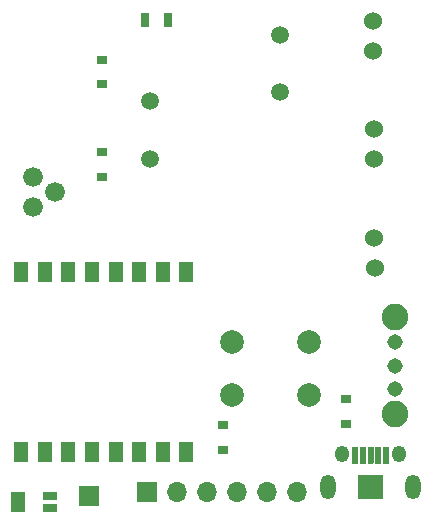
<source format=gts>
G04 #@! TF.GenerationSoftware,KiCad,Pcbnew,5.1.7-a382d34a8~88~ubuntu18.04.1*
G04 #@! TF.CreationDate,2022-03-02T17:55:55+05:30*
G04 #@! TF.ProjectId,WaterTank_module_v1,57617465-7254-4616-9e6b-5f6d6f64756c,rev?*
G04 #@! TF.SameCoordinates,Original*
G04 #@! TF.FileFunction,Soldermask,Top*
G04 #@! TF.FilePolarity,Negative*
%FSLAX46Y46*%
G04 Gerber Fmt 4.6, Leading zero omitted, Abs format (unit mm)*
G04 Created by KiCad (PCBNEW 5.1.7-a382d34a8~88~ubuntu18.04.1) date 2022-03-02 17:55:55*
%MOMM*%
%LPD*%
G01*
G04 APERTURE LIST*
%ADD10R,1.700000X1.700000*%
%ADD11O,1.700000X1.700000*%
%ADD12R,1.250000X0.740000*%
%ADD13R,1.250000X1.800000*%
%ADD14C,1.676400*%
%ADD15C,1.524000*%
%ADD16O,1.300000X2.100000*%
%ADD17O,1.200000X1.400000*%
%ADD18R,0.900000X0.800000*%
%ADD19R,1.200000X1.700000*%
%ADD20C,1.500000*%
%ADD21C,2.000000*%
%ADD22R,0.700000X1.300000*%
%ADD23C,1.308000*%
%ADD24C,2.250000*%
G04 APERTURE END LIST*
D10*
X35896040Y-87164240D03*
D11*
X38436040Y-87164240D03*
X40976040Y-87164240D03*
X43516040Y-87164240D03*
X46056040Y-87164240D03*
X48596040Y-87164240D03*
D12*
X27666500Y-87475900D03*
D13*
X24916500Y-88005900D03*
D12*
X27666500Y-88535900D03*
D14*
X26196000Y-63034200D03*
X28101000Y-61764200D03*
X26196000Y-60494200D03*
D15*
X55038900Y-49870000D03*
X55028900Y-47330000D03*
D16*
X51221040Y-86741000D03*
G36*
G01*
X53746040Y-87741000D02*
X53746040Y-85741000D01*
G75*
G02*
X53796040Y-85691000I50000J0D01*
G01*
X55796040Y-85691000D01*
G75*
G02*
X55846040Y-85741000I0J-50000D01*
G01*
X55846040Y-87741000D01*
G75*
G02*
X55796040Y-87791000I-50000J0D01*
G01*
X53796040Y-87791000D01*
G75*
G02*
X53746040Y-87741000I0J50000D01*
G01*
G37*
X58371040Y-86741000D03*
G36*
G01*
X53246040Y-84741000D02*
X53246040Y-83391000D01*
G75*
G02*
X53296040Y-83341000I50000J0D01*
G01*
X53696040Y-83341000D01*
G75*
G02*
X53746040Y-83391000I0J-50000D01*
G01*
X53746040Y-84741000D01*
G75*
G02*
X53696040Y-84791000I-50000J0D01*
G01*
X53296040Y-84791000D01*
G75*
G02*
X53246040Y-84741000I0J50000D01*
G01*
G37*
G36*
G01*
X53896040Y-84741000D02*
X53896040Y-83391000D01*
G75*
G02*
X53946040Y-83341000I50000J0D01*
G01*
X54346040Y-83341000D01*
G75*
G02*
X54396040Y-83391000I0J-50000D01*
G01*
X54396040Y-84741000D01*
G75*
G02*
X54346040Y-84791000I-50000J0D01*
G01*
X53946040Y-84791000D01*
G75*
G02*
X53896040Y-84741000I0J50000D01*
G01*
G37*
G36*
G01*
X54546040Y-84741000D02*
X54546040Y-83391000D01*
G75*
G02*
X54596040Y-83341000I50000J0D01*
G01*
X54996040Y-83341000D01*
G75*
G02*
X55046040Y-83391000I0J-50000D01*
G01*
X55046040Y-84741000D01*
G75*
G02*
X54996040Y-84791000I-50000J0D01*
G01*
X54596040Y-84791000D01*
G75*
G02*
X54546040Y-84741000I0J50000D01*
G01*
G37*
G36*
G01*
X55196040Y-84741000D02*
X55196040Y-83391000D01*
G75*
G02*
X55246040Y-83341000I50000J0D01*
G01*
X55646040Y-83341000D01*
G75*
G02*
X55696040Y-83391000I0J-50000D01*
G01*
X55696040Y-84741000D01*
G75*
G02*
X55646040Y-84791000I-50000J0D01*
G01*
X55246040Y-84791000D01*
G75*
G02*
X55196040Y-84741000I0J50000D01*
G01*
G37*
G36*
G01*
X55846040Y-84741000D02*
X55846040Y-83391000D01*
G75*
G02*
X55896040Y-83341000I50000J0D01*
G01*
X56296040Y-83341000D01*
G75*
G02*
X56346040Y-83391000I0J-50000D01*
G01*
X56346040Y-84741000D01*
G75*
G02*
X56296040Y-84791000I-50000J0D01*
G01*
X55896040Y-84791000D01*
G75*
G02*
X55846040Y-84741000I0J50000D01*
G01*
G37*
D17*
X52371040Y-83991000D03*
X57221040Y-83991000D03*
D15*
X55138000Y-68201200D03*
X55128000Y-65661200D03*
X55064300Y-58968300D03*
X55054300Y-56428300D03*
D18*
X32087800Y-58404800D03*
X32087800Y-60504800D03*
D19*
X25204700Y-68526400D03*
X27204700Y-68526400D03*
X29204700Y-68526400D03*
X31204700Y-68526400D03*
X33204700Y-68526400D03*
X35204700Y-68526400D03*
X37204700Y-68526400D03*
X39204700Y-68526400D03*
X39204700Y-83756400D03*
X37204700Y-83756400D03*
X35204700Y-83756400D03*
X33204700Y-83756400D03*
X31204700Y-83756400D03*
X29204700Y-83756400D03*
X27204700Y-83756400D03*
X25204700Y-83756400D03*
D10*
X30927000Y-87470000D03*
D18*
X52696000Y-81414200D03*
X52696000Y-79314200D03*
D20*
X47170300Y-53345700D03*
X47170300Y-48465700D03*
X36141700Y-54058800D03*
X36141700Y-58938800D03*
D21*
X43075700Y-78940700D03*
X43075700Y-74440700D03*
X49575700Y-78940700D03*
X49575700Y-74440700D03*
D18*
X32065000Y-50565300D03*
X32065000Y-52665300D03*
X42336700Y-81510200D03*
X42336700Y-83610200D03*
D22*
X37625000Y-47246500D03*
X35725000Y-47246500D03*
D23*
X56896040Y-78464240D03*
X56896040Y-76464240D03*
X56896040Y-74464240D03*
D24*
X56896040Y-80564240D03*
X56896040Y-72364240D03*
M02*

</source>
